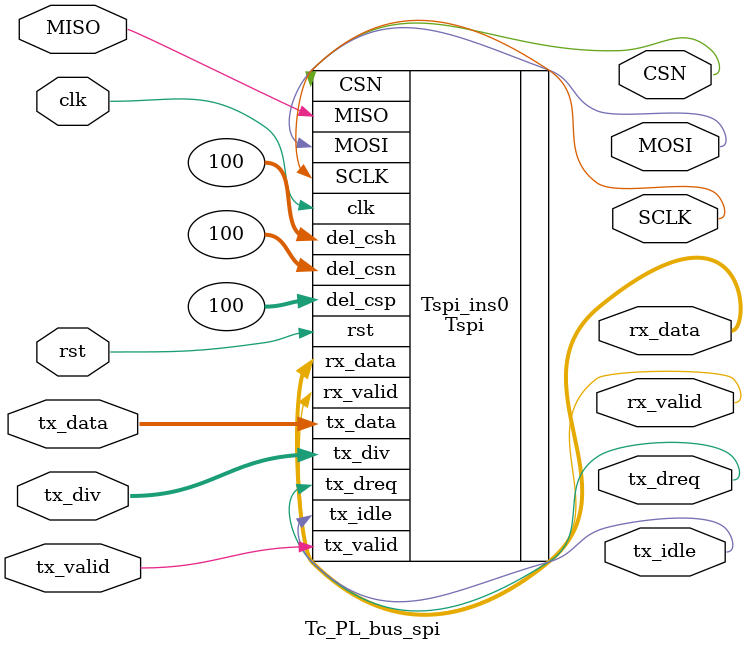
<source format=v>
`timescale 1ns / 1ps


module Tc_PL_bus_spi
#(
parameter SPI0_0  = 8 ,
          SPI0_1  = 32
)(
input                     clk         ,
input                     rst         ,
output                    tx_idle     ,
output                    tx_dreq     ,
input                     tx_valid    ,
input    [SPI0_0-1:0]     tx_data     ,
input    [SPI0_1-1:0]     tx_div      ,
output   [SPI0_0-1:0]     rx_data     ,
output                    rx_valid    ,
output                    CSN         ,
output                    SCLK        ,
output                    MOSI        ,
input                     MISO
    );

Tspi
#(
.SPI0_0(SPI0_0),
.SPI0_1(SPI0_1),
.SPI0_2(8)
)
Tspi_ins0
(
.clk         (clk         ),
.rst         (rst         ),
.tx_idle     (tx_idle     ),
.tx_dreq     (tx_dreq     ),
.tx_valid    (tx_valid    ),
.tx_data     (tx_data     ),
.tx_div      (tx_div      ),
.del_csh     (100         ),
.del_csn     (100         ),
.del_csp     (100         ),
.rx_data     (rx_data     ),
.rx_valid    (rx_valid    ),
.CSN         (CSN         ),
.SCLK        (SCLK        ),
.MOSI        (MOSI        ),
.MISO        (MISO        )
    );

endmodule

</source>
